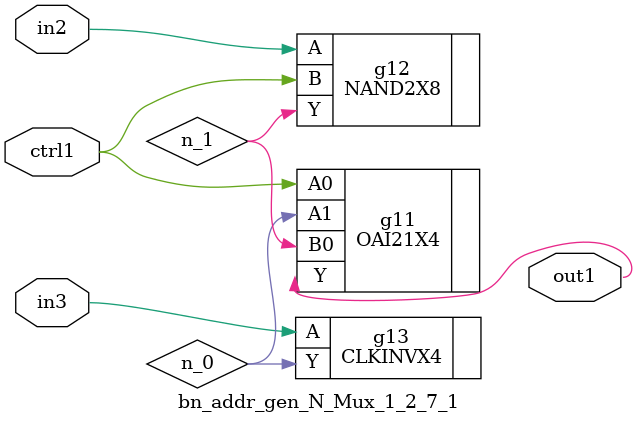
<source format=v>
`timescale 1ps / 1ps


module bn_addr_gen_N_Mux_1_2_7_1(in3, in2, ctrl1, out1);
  input in3, in2, ctrl1;
  output out1;
  wire in3, in2, ctrl1;
  wire out1;
  wire n_0, n_1;
  OAI21X4 g11(.A0 (ctrl1), .A1 (n_0), .B0 (n_1), .Y (out1));
  NAND2X8 g12(.A (in2), .B (ctrl1), .Y (n_1));
  CLKINVX4 g13(.A (in3), .Y (n_0));
endmodule



</source>
